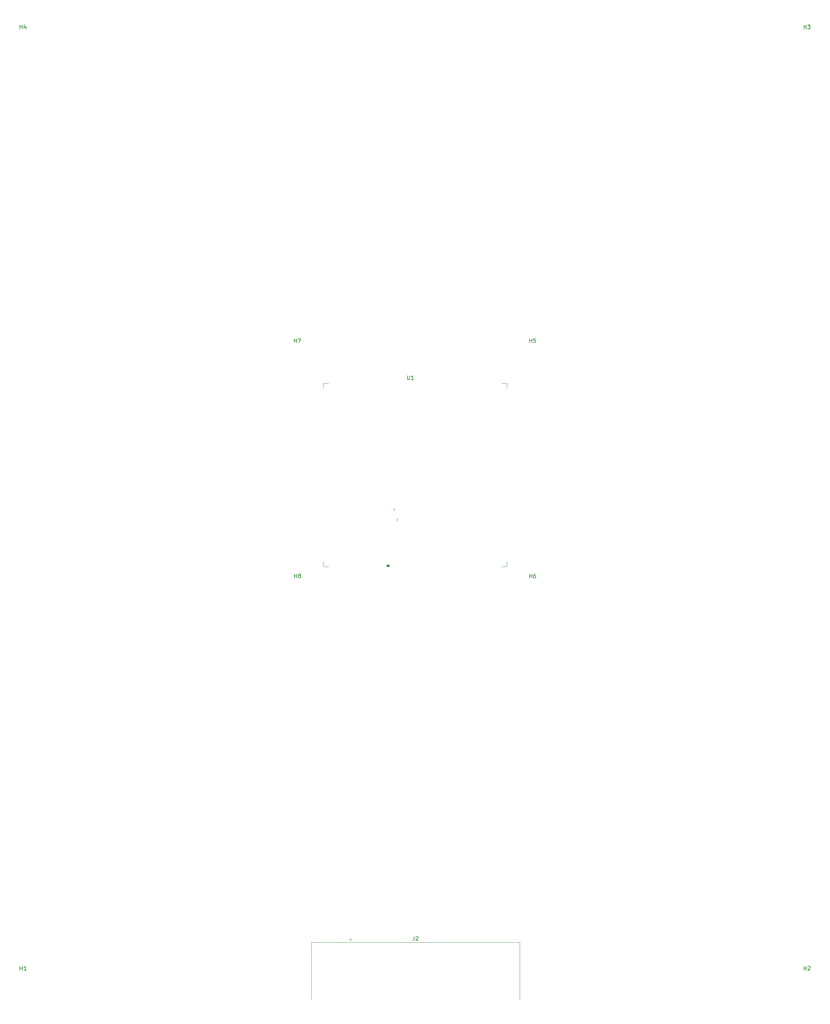
<source format=gbr>
G04 #@! TF.GenerationSoftware,KiCad,Pcbnew,5.1.4-3.fc30*
G04 #@! TF.CreationDate,2019-10-21T10:57:03+02:00*
G04 #@! TF.ProjectId,CarteScreening,43617274-6553-4637-9265-656e696e672e,rev?*
G04 #@! TF.SameCoordinates,Original*
G04 #@! TF.FileFunction,Legend,Top*
G04 #@! TF.FilePolarity,Positive*
%FSLAX46Y46*%
G04 Gerber Fmt 4.6, Leading zero omitted, Abs format (unit mm)*
G04 Created by KiCad (PCBNEW 5.1.4-3.fc30) date 2019-10-21 10:57:03*
%MOMM*%
%LPD*%
G04 APERTURE LIST*
%ADD10C,0.120000*%
%ADD11C,0.100000*%
%ADD12C,0.150000*%
G04 APERTURE END LIST*
D10*
X133500000Y-198678675D02*
X133250000Y-198245662D01*
X133750000Y-198245662D02*
X133500000Y-198678675D01*
X133250000Y-198245662D02*
X133750000Y-198245662D01*
X176730000Y-199140000D02*
X176730000Y-213680000D01*
X123510000Y-199140000D02*
X176730000Y-199140000D01*
X123510000Y-213680000D02*
X123510000Y-199140000D01*
D11*
G36*
X142761000Y-103368000D02*
G01*
X142761000Y-102860000D01*
X143396000Y-102860000D01*
X143396000Y-103368000D01*
X142761000Y-103368000D01*
G37*
X142761000Y-103368000D02*
X142761000Y-102860000D01*
X143396000Y-102860000D01*
X143396000Y-103368000D01*
X142761000Y-103368000D01*
D10*
X172098000Y-56632000D02*
X173368000Y-56632000D01*
X173368000Y-56632000D02*
X173368000Y-57902000D01*
X172098000Y-103368000D02*
X173368000Y-103368000D01*
X173368000Y-103368000D02*
X173368000Y-102098000D01*
X126632000Y-102098000D02*
X126632000Y-103368000D01*
X126632000Y-103368000D02*
X127902000Y-103368000D01*
X126632000Y-57902000D02*
X126632000Y-56632000D01*
X126632000Y-56632000D02*
X127902000Y-56632000D01*
D12*
X119238095Y-106252380D02*
X119238095Y-105252380D01*
X119238095Y-105728571D02*
X119809523Y-105728571D01*
X119809523Y-106252380D02*
X119809523Y-105252380D01*
X120428571Y-105680952D02*
X120333333Y-105633333D01*
X120285714Y-105585714D01*
X120238095Y-105490476D01*
X120238095Y-105442857D01*
X120285714Y-105347619D01*
X120333333Y-105300000D01*
X120428571Y-105252380D01*
X120619047Y-105252380D01*
X120714285Y-105300000D01*
X120761904Y-105347619D01*
X120809523Y-105442857D01*
X120809523Y-105490476D01*
X120761904Y-105585714D01*
X120714285Y-105633333D01*
X120619047Y-105680952D01*
X120428571Y-105680952D01*
X120333333Y-105728571D01*
X120285714Y-105776190D01*
X120238095Y-105871428D01*
X120238095Y-106061904D01*
X120285714Y-106157142D01*
X120333333Y-106204761D01*
X120428571Y-106252380D01*
X120619047Y-106252380D01*
X120714285Y-106204761D01*
X120761904Y-106157142D01*
X120809523Y-106061904D01*
X120809523Y-105871428D01*
X120761904Y-105776190D01*
X120714285Y-105728571D01*
X120619047Y-105680952D01*
X119238095Y-46252380D02*
X119238095Y-45252380D01*
X119238095Y-45728571D02*
X119809523Y-45728571D01*
X119809523Y-46252380D02*
X119809523Y-45252380D01*
X120190476Y-45252380D02*
X120857142Y-45252380D01*
X120428571Y-46252380D01*
X179238095Y-106252380D02*
X179238095Y-105252380D01*
X179238095Y-105728571D02*
X179809523Y-105728571D01*
X179809523Y-106252380D02*
X179809523Y-105252380D01*
X180714285Y-105252380D02*
X180523809Y-105252380D01*
X180428571Y-105300000D01*
X180380952Y-105347619D01*
X180285714Y-105490476D01*
X180238095Y-105680952D01*
X180238095Y-106061904D01*
X180285714Y-106157142D01*
X180333333Y-106204761D01*
X180428571Y-106252380D01*
X180619047Y-106252380D01*
X180714285Y-106204761D01*
X180761904Y-106157142D01*
X180809523Y-106061904D01*
X180809523Y-105823809D01*
X180761904Y-105728571D01*
X180714285Y-105680952D01*
X180619047Y-105633333D01*
X180428571Y-105633333D01*
X180333333Y-105680952D01*
X180285714Y-105728571D01*
X180238095Y-105823809D01*
X179238095Y-46252380D02*
X179238095Y-45252380D01*
X179238095Y-45728571D02*
X179809523Y-45728571D01*
X179809523Y-46252380D02*
X179809523Y-45252380D01*
X180761904Y-45252380D02*
X180285714Y-45252380D01*
X180238095Y-45728571D01*
X180285714Y-45680952D01*
X180380952Y-45633333D01*
X180619047Y-45633333D01*
X180714285Y-45680952D01*
X180761904Y-45728571D01*
X180809523Y-45823809D01*
X180809523Y-46061904D01*
X180761904Y-46157142D01*
X180714285Y-46204761D01*
X180619047Y-46252380D01*
X180380952Y-46252380D01*
X180285714Y-46204761D01*
X180238095Y-46157142D01*
X149786666Y-197652380D02*
X149786666Y-198366666D01*
X149739047Y-198509523D01*
X149643809Y-198604761D01*
X149500952Y-198652380D01*
X149405714Y-198652380D01*
X150215238Y-197747619D02*
X150262857Y-197700000D01*
X150358095Y-197652380D01*
X150596190Y-197652380D01*
X150691428Y-197700000D01*
X150739047Y-197747619D01*
X150786666Y-197842857D01*
X150786666Y-197938095D01*
X150739047Y-198080952D01*
X150167619Y-198652380D01*
X150786666Y-198652380D01*
X49238095Y33747619D02*
X49238095Y34747619D01*
X49238095Y34271428D02*
X49809523Y34271428D01*
X49809523Y33747619D02*
X49809523Y34747619D01*
X50714285Y34414285D02*
X50714285Y33747619D01*
X50476190Y34795238D02*
X50238095Y34080952D01*
X50857142Y34080952D01*
X249238095Y33747619D02*
X249238095Y34747619D01*
X249238095Y34271428D02*
X249809523Y34271428D01*
X249809523Y33747619D02*
X249809523Y34747619D01*
X250190476Y34747619D02*
X250809523Y34747619D01*
X250476190Y34366666D01*
X250619047Y34366666D01*
X250714285Y34319047D01*
X250761904Y34271428D01*
X250809523Y34176190D01*
X250809523Y33938095D01*
X250761904Y33842857D01*
X250714285Y33795238D01*
X250619047Y33747619D01*
X250333333Y33747619D01*
X250238095Y33795238D01*
X250190476Y33842857D01*
X249238095Y-206252380D02*
X249238095Y-205252380D01*
X249238095Y-205728571D02*
X249809523Y-205728571D01*
X249809523Y-206252380D02*
X249809523Y-205252380D01*
X250238095Y-205347619D02*
X250285714Y-205300000D01*
X250380952Y-205252380D01*
X250619047Y-205252380D01*
X250714285Y-205300000D01*
X250761904Y-205347619D01*
X250809523Y-205442857D01*
X250809523Y-205538095D01*
X250761904Y-205680952D01*
X250190476Y-206252380D01*
X250809523Y-206252380D01*
X49238095Y-206252380D02*
X49238095Y-205252380D01*
X49238095Y-205728571D02*
X49809523Y-205728571D01*
X49809523Y-206252380D02*
X49809523Y-205252380D01*
X50809523Y-206252380D02*
X50238095Y-206252380D01*
X50523809Y-206252380D02*
X50523809Y-205252380D01*
X50428571Y-205395238D01*
X50333333Y-205490476D01*
X50238095Y-205538095D01*
X148056995Y-54661980D02*
X148056995Y-55471504D01*
X148104614Y-55566742D01*
X148152233Y-55614361D01*
X148247471Y-55661980D01*
X148437947Y-55661980D01*
X148533185Y-55614361D01*
X148580804Y-55566742D01*
X148628423Y-55471504D01*
X148628423Y-54661980D01*
X149628423Y-55661980D02*
X149056995Y-55661980D01*
X149342709Y-55661980D02*
X149342709Y-54661980D01*
X149247471Y-54804838D01*
X149152233Y-54900076D01*
X149056995Y-54947695D01*
D11*
X144808857Y-88989190D02*
X144523142Y-88989190D01*
X144666000Y-88989190D02*
X144666000Y-88489190D01*
X144618380Y-88560619D01*
X144570761Y-88608238D01*
X144523142Y-88632047D01*
X145285142Y-91076809D02*
X145308952Y-91053000D01*
X145356571Y-91029190D01*
X145475619Y-91029190D01*
X145523238Y-91053000D01*
X145547047Y-91076809D01*
X145570857Y-91124428D01*
X145570857Y-91172047D01*
X145547047Y-91243476D01*
X145261333Y-91529190D01*
X145570857Y-91529190D01*
M02*

</source>
